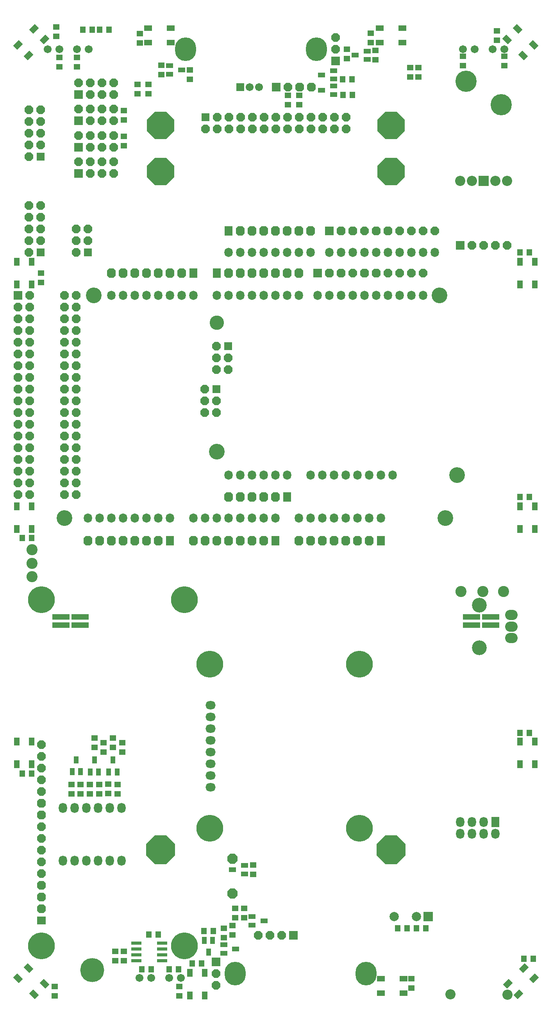
<source format=gbs>
G04*
G04 #@! TF.GenerationSoftware,Altium Limited,Altium Designer,18.1.9 (240)*
G04*
G04 Layer_Color=16711935*
%FSLAX44Y44*%
%MOMM*%
G71*
G01*
G75*
%ADD107R,1.4732X1.2192*%
%ADD109R,1.2192X1.4732*%
%ADD122R,1.6032X1.1032*%
%ADD126R,1.1032X1.6032*%
%ADD128R,1.8032X1.8032*%
%ADD133C,2.4032*%
%ADD134P,2.0070X8X202.5*%
%ADD135R,1.8542X1.8542*%
%ADD136C,3.2032*%
%ADD137O,2.7032X2.2032*%
%ADD138C,5.2032*%
G04:AMPARAMS|DCode=139|XSize=1.8032mm|YSize=2.0032mm|CornerRadius=0mm|HoleSize=0mm|Usage=FLASHONLY|Rotation=180.000|XOffset=0mm|YOffset=0mm|HoleType=Round|Shape=Octagon|*
%AMOCTAGOND139*
4,1,8,0.4508,-1.0016,-0.4508,-1.0016,-0.9016,-0.5508,-0.9016,0.5508,-0.4508,1.0016,0.4508,1.0016,0.9016,0.5508,0.9016,-0.5508,0.4508,-1.0016,0.0*
%
%ADD139OCTAGOND139*%

%ADD140R,1.8032X2.0032*%
G04:AMPARAMS|DCode=141|XSize=1.8032mm|YSize=1.8542mm|CornerRadius=0mm|HoleSize=0mm|Usage=FLASHONLY|Rotation=0.000|XOffset=0mm|YOffset=0mm|HoleType=Round|Shape=Octagon|*
%AMOCTAGOND141*
4,1,8,-0.4508,0.9271,0.4508,0.9271,0.9016,0.4763,0.9016,-0.4763,0.4508,-0.9271,-0.4508,-0.9271,-0.9016,-0.4763,-0.9016,0.4763,-0.4508,0.9271,0.0*
%
%ADD141OCTAGOND141*%

%ADD142P,1.9518X8X292.5*%
%ADD143C,3.1032*%
%ADD144C,3.4031*%
%ADD145O,1.8032X2.0032*%
%ADD146O,4.6032X5.1032*%
%ADD147P,2.0070X8X292.5*%
%ADD148R,1.8542X1.8542*%
%ADD149C,1.7032*%
%ADD150C,2.2032*%
%ADD151R,2.2032X2.2032*%
%ADD152C,4.6032*%
%ADD153R,1.7032X1.7032*%
G04:AMPARAMS|DCode=154|XSize=1.8032mm|YSize=1.8542mm|CornerRadius=0mm|HoleSize=0mm|Usage=FLASHONLY|Rotation=90.000|XOffset=0mm|YOffset=0mm|HoleType=Round|Shape=Octagon|*
%AMOCTAGOND154*
4,1,8,-0.9271,-0.4508,-0.9271,0.4508,-0.4763,0.9016,0.4763,0.9016,0.9271,0.4508,0.9271,-0.4508,0.4763,-0.9016,-0.4763,-0.9016,-0.9271,-0.4508,0.0*
%
%ADD154OCTAGOND154*%

%ADD155R,1.8542X1.8032*%
%ADD156C,5.8032*%
%ADD157R,1.8032X2.2032*%
%ADD158O,1.8032X2.2032*%
%ADD159O,1.8032X2.2032*%
%ADD160O,2.2032X1.8032*%
%ADD161C,2.0032*%
%ADD162R,2.0032X2.0032*%
%ADD163P,2.3848X8X112.5*%
%ADD164P,6.3896X8X292.5*%
%ADD165P,6.7144X8X292.5*%
%ADD216R,3.7032X1.2032*%
%ADD217R,1.3032X1.7032*%
G04:AMPARAMS|DCode=218|XSize=1.3032mm|YSize=1.7032mm|CornerRadius=0mm|HoleSize=0mm|Usage=FLASHONLY|Rotation=135.000|XOffset=0mm|YOffset=0mm|HoleType=Round|Shape=Rectangle|*
%AMROTATEDRECTD218*
4,1,4,1.0629,0.1414,-0.1414,-1.0629,-1.0629,-0.1414,0.1414,1.0629,1.0629,0.1414,0.0*
%
%ADD218ROTATEDRECTD218*%

%ADD219R,1.7032X1.3032*%
%ADD220R,2.2032X0.8032*%
G04:AMPARAMS|DCode=221|XSize=1.3032mm|YSize=1.7032mm|CornerRadius=0mm|HoleSize=0mm|Usage=FLASHONLY|Rotation=45.000|XOffset=0mm|YOffset=0mm|HoleType=Round|Shape=Rectangle|*
%AMROTATEDRECTD221*
4,1,4,0.1414,-1.0629,-1.0629,0.1414,-0.1414,1.0629,1.0629,-0.1414,0.1414,-1.0629,0.0*
%
%ADD221ROTATEDRECTD221*%

D107*
X181000Y-1667160D02*
D03*
Y-1646840D02*
D03*
X162000Y-1667160D02*
D03*
Y-1646840D02*
D03*
X156000Y-1683840D02*
D03*
Y-1704160D02*
D03*
X137000Y-1689840D02*
D03*
Y-1710160D02*
D03*
X-83000Y-1288090D02*
D03*
Y-1308410D02*
D03*
X-123000Y-1288250D02*
D03*
Y-1308570D02*
D03*
X-93000Y-1378090D02*
D03*
Y-1398410D02*
D03*
X-113000Y-1398250D02*
D03*
Y-1377930D02*
D03*
X-133000Y-1378107D02*
D03*
Y-1398427D02*
D03*
X-153000Y-1398410D02*
D03*
Y-1378090D02*
D03*
X-173000Y-1398410D02*
D03*
Y-1378090D02*
D03*
X-193000Y-1398410D02*
D03*
Y-1378090D02*
D03*
X-79000Y26160D02*
D03*
Y5840D02*
D03*
Y82220D02*
D03*
Y61900D02*
D03*
X64000Y170160D02*
D03*
Y149840D02*
D03*
X2000Y180320D02*
D03*
Y160000D02*
D03*
X-180700Y176680D02*
D03*
Y197000D02*
D03*
X-219000Y176680D02*
D03*
Y197000D02*
D03*
X-45000Y249160D02*
D03*
Y228840D02*
D03*
X275875Y94840D02*
D03*
Y115160D02*
D03*
X301000Y94840D02*
D03*
Y115160D02*
D03*
X541000Y175160D02*
D03*
Y154840D02*
D03*
X559000D02*
D03*
Y175160D02*
D03*
X655600Y199760D02*
D03*
Y179440D02*
D03*
X745000Y199760D02*
D03*
Y179440D02*
D03*
X-98000Y-1760160D02*
D03*
Y-1739840D02*
D03*
X-79000Y-1760160D02*
D03*
Y-1739840D02*
D03*
X404000Y194840D02*
D03*
Y215160D02*
D03*
X466000Y191840D02*
D03*
Y212160D02*
D03*
X201000Y-1552840D02*
D03*
Y-1573160D02*
D03*
X-50000Y118840D02*
D03*
Y139160D02*
D03*
X-26000Y118840D02*
D03*
Y139160D02*
D03*
X729000Y234840D02*
D03*
Y255160D02*
D03*
X456000Y249320D02*
D03*
Y229000D02*
D03*
X544090Y-1819320D02*
D03*
Y-1799000D02*
D03*
X40840Y-1815840D02*
D03*
Y-1836160D02*
D03*
X-229000D02*
D03*
Y-1815840D02*
D03*
X-226000Y263160D02*
D03*
Y242840D02*
D03*
X-259000Y-290160D02*
D03*
Y-269840D02*
D03*
X-103000Y-1278090D02*
D03*
Y-1298410D02*
D03*
X-143000Y-1277930D02*
D03*
Y-1298250D02*
D03*
D109*
X415160Y150000D02*
D03*
X394840D02*
D03*
X808160Y-1756000D02*
D03*
X787840D02*
D03*
X554840Y-1690000D02*
D03*
X575160D02*
D03*
X534660D02*
D03*
X514340D02*
D03*
X19000Y-1779000D02*
D03*
X39320D02*
D03*
X-19790D02*
D03*
X-40110D02*
D03*
X-25160Y-1704000D02*
D03*
X-4840D02*
D03*
X-132105Y257000D02*
D03*
X-111785D02*
D03*
X416160Y116000D02*
D03*
X395840D02*
D03*
X-168160Y257000D02*
D03*
X-147840D02*
D03*
X89000Y-1766000D02*
D03*
X68680D02*
D03*
X114160Y-1696000D02*
D03*
X93840D02*
D03*
X778840Y-755000D02*
D03*
X799160D02*
D03*
Y-1267000D02*
D03*
X778840D02*
D03*
X799160Y-225400D02*
D03*
X778840D02*
D03*
X-279000Y-1355000D02*
D03*
X-299320D02*
D03*
X-299160Y-844000D02*
D03*
X-278840D02*
D03*
D122*
X224340Y-1674000D02*
D03*
X198340Y-1665000D02*
D03*
Y-1683000D02*
D03*
X163000Y-1735000D02*
D03*
X137000Y-1726000D02*
D03*
Y-1744000D02*
D03*
X156000Y-1563000D02*
D03*
X182000Y-1572000D02*
D03*
Y-1554000D02*
D03*
X20000Y161000D02*
D03*
Y179000D02*
D03*
X46000Y170000D02*
D03*
X349000Y126000D02*
D03*
X375000Y117000D02*
D03*
Y135000D02*
D03*
X349000Y159372D02*
D03*
X375000Y150372D02*
D03*
Y168372D02*
D03*
X422200Y202000D02*
D03*
X448200Y193000D02*
D03*
Y211000D02*
D03*
D126*
X104000Y-1742000D02*
D03*
X113000Y-1716000D02*
D03*
X95000D02*
D03*
X-103000Y-1325250D02*
D03*
X-112000Y-1351250D02*
D03*
X-94000D02*
D03*
X-134000D02*
D03*
X-152000D02*
D03*
X-143000Y-1325250D02*
D03*
X-173350Y-1350790D02*
D03*
X-191350D02*
D03*
X-182350Y-1324790D02*
D03*
D128*
X146580Y-428600D02*
D03*
X97200Y67700D02*
D03*
X121180Y-521900D02*
D03*
X-156950Y-225400D02*
D03*
X-259600Y-17500D02*
D03*
Y-225400D02*
D03*
D133*
X-278000Y-870000D02*
D03*
Y-899000D02*
D03*
X-277999Y-928001D02*
D03*
X744000Y-960000D02*
D03*
X698999Y-959999D02*
D03*
X651099D02*
D03*
D134*
X262700Y-1705000D02*
D03*
X237300D02*
D03*
X211900D02*
D03*
X569490Y-179000D02*
D03*
X544090D02*
D03*
X442490D02*
D03*
X518690D02*
D03*
X594890D02*
D03*
X674700Y-209800D02*
D03*
X700100D02*
D03*
X725500D02*
D03*
X750900D02*
D03*
X275875Y133000D02*
D03*
X-178000Y142450D02*
D03*
X-152600Y117050D02*
D03*
Y142450D02*
D03*
X-101800D02*
D03*
X-127200D02*
D03*
Y117050D02*
D03*
X-101800D02*
D03*
Y2750D02*
D03*
X-127200D02*
D03*
Y28150D02*
D03*
X-101800D02*
D03*
X-152600D02*
D03*
Y2750D02*
D03*
X-178000Y28150D02*
D03*
X544090Y-270000D02*
D03*
X518690D02*
D03*
X417090D02*
D03*
X493290D02*
D03*
X569490D02*
D03*
X-101800Y-54400D02*
D03*
X-127200D02*
D03*
Y-29000D02*
D03*
X-101800D02*
D03*
X-152600D02*
D03*
Y-54400D02*
D03*
X-178000Y-29000D02*
D03*
X-101652Y59900D02*
D03*
X-127052D02*
D03*
Y85300D02*
D03*
X-101652D02*
D03*
X-152452D02*
D03*
Y59900D02*
D03*
X-177852Y85300D02*
D03*
D135*
X288100Y-1705000D02*
D03*
X366290Y-179000D02*
D03*
X649300Y-209800D02*
D03*
X250475Y133000D02*
D03*
X-178000Y117050D02*
D03*
Y2750D02*
D03*
X340890Y-270000D02*
D03*
X-178000Y-54400D02*
D03*
X-177852Y59900D02*
D03*
D136*
X690800Y-990000D02*
D03*
Y-1082000D02*
D03*
D137*
X760800Y-1011000D02*
D03*
Y-1036000D02*
D03*
Y-1061000D02*
D03*
D138*
X-147806Y-1781000D02*
D03*
D139*
X147600Y-755000D02*
D03*
X173000D02*
D03*
X198400D02*
D03*
X223800D02*
D03*
X249200D02*
D03*
X325650Y-179000D02*
D03*
X274850D02*
D03*
X249450D02*
D03*
X224050D02*
D03*
X198650D02*
D03*
X173250D02*
D03*
X300250D02*
D03*
X71650Y-850000D02*
D03*
X122450D02*
D03*
X147850D02*
D03*
X173250D02*
D03*
X198650D02*
D03*
X224050D02*
D03*
X97050D02*
D03*
X274850Y-270000D02*
D03*
X147850D02*
D03*
X173250D02*
D03*
X198650D02*
D03*
X224050D02*
D03*
X249450D02*
D03*
X300250D02*
D03*
X-106150D02*
D03*
X-55350D02*
D03*
X-29950D02*
D03*
X-4550D02*
D03*
X20850D02*
D03*
X46250D02*
D03*
X-80750D02*
D03*
X-156950Y-850000D02*
D03*
X-106150D02*
D03*
X-80750D02*
D03*
X-55350D02*
D03*
X-29950D02*
D03*
X-4550D02*
D03*
X-131550D02*
D03*
X325650D02*
D03*
X452650D02*
D03*
X427250D02*
D03*
X401850D02*
D03*
X376450D02*
D03*
X351050D02*
D03*
X300250D02*
D03*
D140*
X274600Y-755000D02*
D03*
X147850Y-179000D02*
D03*
X249450Y-850000D02*
D03*
X122450Y-270000D02*
D03*
X71650D02*
D03*
X20850Y-850000D02*
D03*
X478050D02*
D03*
D141*
X493290Y-179000D02*
D03*
X467890D02*
D03*
X417090D02*
D03*
X391690D02*
D03*
X301275Y133000D02*
D03*
X326675D02*
D03*
X467890Y-270000D02*
D03*
X442490D02*
D03*
X391690D02*
D03*
X366290D02*
D03*
D142*
X121180Y-428600D02*
D03*
Y-454000D02*
D03*
Y-479400D02*
D03*
X146580D02*
D03*
Y-454000D02*
D03*
X325800Y42300D02*
D03*
Y67700D02*
D03*
X300400Y42300D02*
D03*
Y67700D02*
D03*
X198800Y42300D02*
D03*
Y67700D02*
D03*
X173400Y42300D02*
D03*
Y67700D02*
D03*
X148000Y42300D02*
D03*
Y67700D02*
D03*
X122600Y42300D02*
D03*
Y67700D02*
D03*
X97200Y42300D02*
D03*
X224200Y67700D02*
D03*
Y42300D02*
D03*
X249600Y67700D02*
D03*
Y42300D02*
D03*
X275000D02*
D03*
Y67700D02*
D03*
X376600Y42300D02*
D03*
Y67700D02*
D03*
X351200Y42300D02*
D03*
Y67700D02*
D03*
X402000Y42300D02*
D03*
Y67700D02*
D03*
X-207750Y-750500D02*
D03*
X-182350D02*
D03*
X-207750Y-725100D02*
D03*
X-182350D02*
D03*
X-207750Y-699700D02*
D03*
X-182350D02*
D03*
X-207750Y-674300D02*
D03*
X-182350D02*
D03*
X-207750Y-648900D02*
D03*
X-182350D02*
D03*
X-207750Y-623500D02*
D03*
X-182350D02*
D03*
X-207750Y-598100D02*
D03*
X-182350D02*
D03*
X-207750Y-572700D02*
D03*
X-182350D02*
D03*
X-207750Y-547300D02*
D03*
X-182350D02*
D03*
X-207750Y-521900D02*
D03*
X-182350D02*
D03*
X-207750Y-496500D02*
D03*
X-182350D02*
D03*
X-207750Y-471100D02*
D03*
X-182350D02*
D03*
X-207750Y-445700D02*
D03*
X-182350D02*
D03*
X-207750Y-420300D02*
D03*
X-182350D02*
D03*
X-207750Y-394900D02*
D03*
X-182350D02*
D03*
X-207750Y-369500D02*
D03*
X-182350D02*
D03*
X-207750Y-344100D02*
D03*
X-182350D02*
D03*
X-207750Y-318700D02*
D03*
X-182350D02*
D03*
X95780Y-521900D02*
D03*
Y-547300D02*
D03*
Y-572700D02*
D03*
X121180D02*
D03*
Y-547300D02*
D03*
X-182350Y-225400D02*
D03*
Y-200000D02*
D03*
X-156950D02*
D03*
Y-174600D02*
D03*
X-182350D02*
D03*
X-285000Y84100D02*
D03*
X-259600D02*
D03*
X-285000Y58700D02*
D03*
X-259600D02*
D03*
X-285000Y33300D02*
D03*
X-259600D02*
D03*
X-285000Y7900D02*
D03*
X-259600D02*
D03*
X-285000Y-17500D02*
D03*
Y-225400D02*
D03*
X-259600Y-200000D02*
D03*
X-285000D02*
D03*
X-259600Y-174600D02*
D03*
X-285000D02*
D03*
X-259600Y-149200D02*
D03*
X-285000D02*
D03*
X-259600Y-123800D02*
D03*
X-285000D02*
D03*
D143*
X122450Y-377800D02*
D03*
D144*
Y-657200D02*
D03*
X643150Y-708000D02*
D03*
X-207750Y-801300D02*
D03*
X605050Y-318700D02*
D03*
X-144250D02*
D03*
X617750Y-801300D02*
D03*
D145*
X325650Y-225400D02*
D03*
X300250D02*
D03*
X274850D02*
D03*
X249450D02*
D03*
X224050D02*
D03*
X198650D02*
D03*
X173250D02*
D03*
X147850D02*
D03*
X594890D02*
D03*
X569490D02*
D03*
X544090D02*
D03*
X518690D02*
D03*
X493290D02*
D03*
X467890D02*
D03*
X442490D02*
D03*
X417090D02*
D03*
X391690D02*
D03*
X366290D02*
D03*
X147850Y-708000D02*
D03*
X173250D02*
D03*
X198650D02*
D03*
X224050D02*
D03*
X249450D02*
D03*
X274850D02*
D03*
X325650D02*
D03*
X351050D02*
D03*
X376450D02*
D03*
X401850D02*
D03*
X427250D02*
D03*
X452650D02*
D03*
X478050D02*
D03*
X503450D02*
D03*
X300250Y-318700D02*
D03*
X274850D02*
D03*
X249450D02*
D03*
X224050D02*
D03*
X198650D02*
D03*
X173250D02*
D03*
X147850D02*
D03*
X122450D02*
D03*
X71650Y-801300D02*
D03*
X97050D02*
D03*
X122450D02*
D03*
X147850D02*
D03*
X173250D02*
D03*
X198650D02*
D03*
X224050D02*
D03*
X249450D02*
D03*
X71650Y-318700D02*
D03*
X46250D02*
D03*
X20850D02*
D03*
X-4550D02*
D03*
X-29950D02*
D03*
X-55350D02*
D03*
X-80750D02*
D03*
X-106150D02*
D03*
X-156950Y-801300D02*
D03*
X-131550D02*
D03*
X-106150D02*
D03*
X-80750D02*
D03*
X-55350D02*
D03*
X-29950D02*
D03*
X-4550D02*
D03*
X20850D02*
D03*
X340890Y-318700D02*
D03*
X366290D02*
D03*
X391690D02*
D03*
X417090D02*
D03*
X442490D02*
D03*
X467890D02*
D03*
X493290D02*
D03*
X518690D02*
D03*
X544090D02*
D03*
X569490D02*
D03*
X300250Y-801300D02*
D03*
X325650D02*
D03*
X351050D02*
D03*
X376450D02*
D03*
X401850D02*
D03*
X427250D02*
D03*
X452650D02*
D03*
X478050D02*
D03*
D146*
X162150Y-1788000D02*
D03*
X445850D02*
D03*
X54150Y215000D02*
D03*
X337850D02*
D03*
D147*
X120540Y-1813400D02*
D03*
Y-1788000D02*
D03*
X379460Y215000D02*
D03*
Y240400D02*
D03*
X-308638Y-750500D02*
D03*
X-283238D02*
D03*
Y-725100D02*
D03*
X-308638D02*
D03*
Y-699700D02*
D03*
X-283238D02*
D03*
Y-674300D02*
D03*
X-308638D02*
D03*
Y-648900D02*
D03*
X-283238D02*
D03*
X-308638Y-547300D02*
D03*
X-283238D02*
D03*
X-308638Y-394900D02*
D03*
X-283238Y-318700D02*
D03*
X-308638Y-344100D02*
D03*
X-283238D02*
D03*
X-308638Y-369500D02*
D03*
X-283238D02*
D03*
Y-394900D02*
D03*
X-308638Y-420300D02*
D03*
X-283238Y-496500D02*
D03*
Y-445700D02*
D03*
Y-420300D02*
D03*
X-308638Y-445700D02*
D03*
Y-471100D02*
D03*
X-283238D02*
D03*
X-308638Y-496500D02*
D03*
Y-521900D02*
D03*
X-283238D02*
D03*
Y-572700D02*
D03*
X-308638D02*
D03*
Y-598100D02*
D03*
X-283238D02*
D03*
Y-623500D02*
D03*
X-308638D02*
D03*
X-258162Y-1342864D02*
D03*
Y-1368264D02*
D03*
Y-1469864D02*
D03*
Y-1495264D02*
D03*
Y-1546064D02*
D03*
Y-1571464D02*
D03*
Y-1520664D02*
D03*
Y-1393664D02*
D03*
Y-1317464D02*
D03*
Y-1292064D02*
D03*
D148*
X120540Y-1762600D02*
D03*
X379460Y189600D02*
D03*
X-308638Y-318700D02*
D03*
D149*
X719600Y215000D02*
D03*
X745000D02*
D03*
X655600D02*
D03*
X681000D02*
D03*
X193325Y133000D02*
D03*
X213325D02*
D03*
X-180700Y215000D02*
D03*
X-155300D02*
D03*
X-244700D02*
D03*
X-219300D02*
D03*
X19072Y-1797152D02*
D03*
X44472D02*
D03*
X-45190D02*
D03*
X-19790D02*
D03*
D150*
X750900Y-70100D02*
D03*
X725500D02*
D03*
X674700D02*
D03*
X649300D02*
D03*
X628800Y-1833350D02*
D03*
X751800Y-1833600D02*
D03*
D151*
X700100Y-70100D02*
D03*
D152*
X738200Y95000D02*
D03*
X662000Y145800D02*
D03*
D153*
X173325Y133000D02*
D03*
D154*
X-258162Y-1596864D02*
D03*
Y-1622264D02*
D03*
Y-1647664D02*
D03*
Y-1444464D02*
D03*
Y-1419064D02*
D03*
D155*
Y-1673064D02*
D03*
D156*
X51838Y-1728064D02*
D03*
X-258162D02*
D03*
Y-978064D02*
D03*
X51838D02*
D03*
X106500Y-1472900D02*
D03*
Y-1117900D02*
D03*
X431500D02*
D03*
Y-1472900D02*
D03*
D157*
X725800Y-1459600D02*
D03*
D158*
Y-1485000D02*
D03*
X700400Y-1459600D02*
D03*
Y-1485000D02*
D03*
X675000Y-1459600D02*
D03*
Y-1485000D02*
D03*
X649600Y-1459600D02*
D03*
Y-1485000D02*
D03*
D159*
X-211306Y-1543406D02*
D03*
X-185906D02*
D03*
X-160506D02*
D03*
X-135106D02*
D03*
X-109706D02*
D03*
X-84306D02*
D03*
X-211306Y-1429406D02*
D03*
X-185906D02*
D03*
X-160506D02*
D03*
X-135106D02*
D03*
X-109706D02*
D03*
X-84306D02*
D03*
D160*
X109000Y-1384000D02*
D03*
Y-1358600D02*
D03*
Y-1333200D02*
D03*
Y-1307800D02*
D03*
Y-1282400D02*
D03*
Y-1257000D02*
D03*
Y-1231600D02*
D03*
Y-1206200D02*
D03*
D161*
X506481Y-1665000D02*
D03*
X555000D02*
D03*
D162*
X580400D02*
D03*
D163*
X156000Y-1539000D02*
D03*
Y-1615000D02*
D03*
D164*
X0Y50000D02*
D03*
X500000Y-50000D02*
D03*
Y50000D02*
D03*
X0Y-50000D02*
D03*
D165*
Y-1520000D02*
D03*
X500000D02*
D03*
D216*
X716001Y-1032999D02*
D03*
X674000Y-1015000D02*
D03*
Y-1033000D02*
D03*
X716001Y-1014999D02*
D03*
X-173999Y-1032999D02*
D03*
X-216000Y-1015000D02*
D03*
Y-1033000D02*
D03*
X-173999Y-1014999D02*
D03*
D217*
X811000Y-294500D02*
D03*
X779000D02*
D03*
X811000Y-245500D02*
D03*
X779000D02*
D03*
X811000Y-824500D02*
D03*
X779000Y-824500D02*
D03*
X811000Y-775500D02*
D03*
X779000Y-775500D02*
D03*
X811000Y-1334500D02*
D03*
X779000D02*
D03*
X811000Y-1285500D02*
D03*
X779000D02*
D03*
X95810Y-1835622D02*
D03*
X63810Y-1835622D02*
D03*
X95810Y-1786622D02*
D03*
X63810Y-1786622D02*
D03*
X-279000Y-1334500D02*
D03*
X-311000Y-1334500D02*
D03*
X-279000Y-1285500D02*
D03*
X-311000Y-1285500D02*
D03*
Y-775500D02*
D03*
X-279000D02*
D03*
X-311000Y-824500D02*
D03*
X-279000D02*
D03*
X-311000Y-245500D02*
D03*
X-279000D02*
D03*
X-311000Y-294500D02*
D03*
X-279000D02*
D03*
D218*
X775352Y-1833258D02*
D03*
X752724Y-1810630D02*
D03*
X810000Y-1798610D02*
D03*
X787373Y-1775982D02*
D03*
X-273990Y258638D02*
D03*
X-251362Y236010D02*
D03*
X-308638Y223990D02*
D03*
X-286010Y201362D02*
D03*
D219*
X478000Y-1831000D02*
D03*
X478000Y-1799000D02*
D03*
X527000Y-1831000D02*
D03*
X527000Y-1799000D02*
D03*
X-26500Y229000D02*
D03*
Y261000D02*
D03*
X22500Y229000D02*
D03*
Y261000D02*
D03*
X524500D02*
D03*
Y229000D02*
D03*
X475500Y261000D02*
D03*
Y229000D02*
D03*
D220*
X-51940Y-1760210D02*
D03*
Y-1747510D02*
D03*
Y-1734810D02*
D03*
Y-1722110D02*
D03*
X3940Y-1760210D02*
D03*
Y-1747510D02*
D03*
Y-1734810D02*
D03*
Y-1722110D02*
D03*
D221*
X-308638Y-1798612D02*
D03*
X-286010Y-1775985D02*
D03*
X-273990Y-1833260D02*
D03*
X-251362Y-1810633D02*
D03*
X808638Y223990D02*
D03*
X786010Y201362D02*
D03*
X773990Y258638D02*
D03*
X751362Y236010D02*
D03*
M02*

</source>
